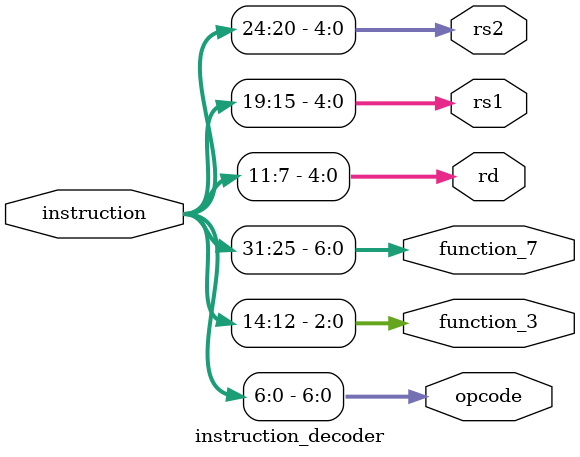
<source format=v>
module instruction_decoder (
    input wire [31:0] instruction,
    output wire [6:0] opcode,
    output wire [2:0] function_3,
    output wire [6:0] function_7,
    output wire [4:0] rd,
    output wire [4:0] rs1,
    output wire [4:0] rs2
);

    assign opcode     = instruction[6:0];
    assign rd         = instruction[11:7];
    assign function_3 = instruction[14:12];
    assign rs1        = instruction[19:15];
    assign rs2        = instruction[24:20];
    assign function_7 = instruction[31:25];

endmodule

</source>
